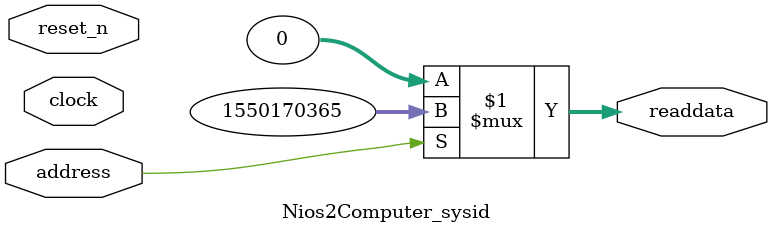
<source format=v>



// synthesis translate_off
`timescale 1ns / 1ps
// synthesis translate_on

// turn off superfluous verilog processor warnings 
// altera message_level Level1 
// altera message_off 10034 10035 10036 10037 10230 10240 10030 

module Nios2Computer_sysid (
               // inputs:
                address,
                clock,
                reset_n,

               // outputs:
                readdata
             )
;

  output  [ 31: 0] readdata;
  input            address;
  input            clock;
  input            reset_n;

  wire    [ 31: 0] readdata;
  //control_slave, which is an e_avalon_slave
  assign readdata = address ? 1550170365 : 0;

endmodule



</source>
